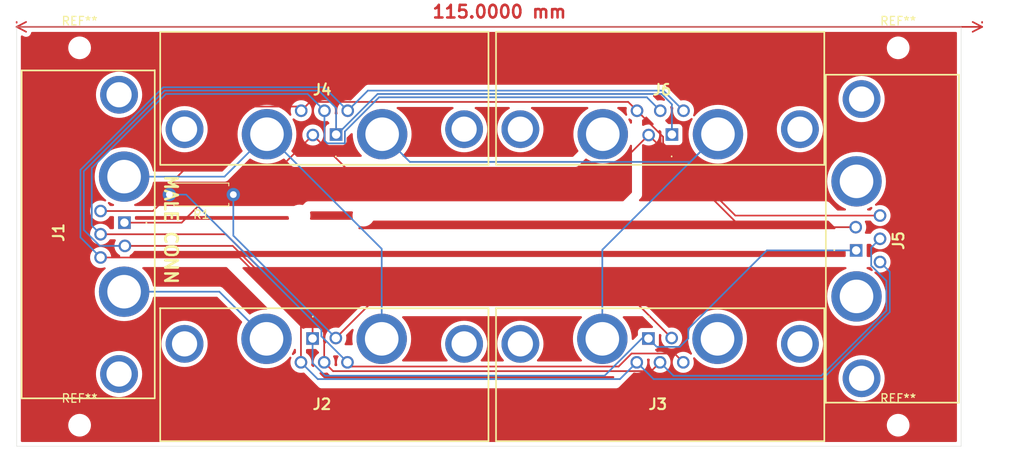
<source format=kicad_pcb>
(kicad_pcb (version 20240108) (generator "pcbnew") (generator_version "8.0")
  (layers (0 "F.Cu" signal) (31 "B.Cu" signal) (34 "B.Paste" user) (35 "F.Paste" user) (36 "B.SilkS" user "B.Silkscreen") (37 "F.SilkS" user "F.Silkscreen") (38 "B.Mask" user) (39 "F.Mask" user) (44 "Edge.Cuts" user))
  (net 0 "")
  (net 1 "Net-(J1-Pad7)")
  (net 2 "Net-(J1-Pad2)")
  (net 3 "Net-(J1-Pad6)")
  (net 4 "Net-(J1-Pad3)")
  (net 5 "Net-(J1-Pad1)")
  (net 6 "Net-(J1-Pad4)")
  (net 7 "Net-(J1-Pad5)")
  (footprint "MountingHole:MountingHole_2.2mm_M2" (layer "F.Cu") (at 82.5 97.5)
    (property "Reference" "REF**" (at 0 -3.2 0) (layer "F.SilkS"))
    (property "Value" "MountingHole_2.2mm_M2")
    (pad "" np_thru_hole circle (at 0 0) (size 2.2 2.2) (drill 2.2) (layers "F&B.Cu" "*.Mask"))
  )
  (footprint "ecocad_lib_footprints:DB7W2-30A" (layer "F.Cu") (at 111.677 61.244 180)
    (property "Reference" "J4" (at 0.282 3.744 0) (layer "F.SilkS") (effects (font (size 1.27 1.27) (thickness 0.254))))
    (property "Value" "~" (hide yes))
    (fp_line (start 19.577 10.644) (end -19.523 10.644) (stroke (width 0.2)) (layer "F.SilkS"))
    (fp_line (start 19.577 -5.207) (end 19.577 10.644) (stroke (width 0.2)) (layer "F.SilkS"))
    (fp_line (start -1.343 -4.156) (end -1.343 -4.156) (stroke (width 0.1)) (layer "F.SilkS"))
    (fp_line (start -1.343 -4.256) (end -1.343 -4.256) (stroke (width 0.1)) (layer "F.SilkS"))
    (fp_line (start -19.523 10.644) (end -19.523 -5.207) (stroke (width 0.2)) (layer "F.SilkS"))
    (fp_line (start -19.558 -5.207) (end 19.558 -5.207) (stroke (width 0.2)) (layer "F.SilkS"))
    (fp_arc (start -1.343 -4.156) (mid -1.393 -4.206) (end -1.343 -4.256) (stroke (width 0.1)) (layer "F.SilkS"))
    (fp_arc (start -1.343 -4.256) (mid -1.293 -4.206) (end -1.343 -4.156) (stroke (width 0.1)) (layer "F.SilkS"))
    (pad "1" thru_hole circle (at -6.86 -1.556) (size 6 6) (drill 4) (layers "*.Cu" "*.Mask") (net 2 "Net-(J1-Pad2)"))
    (pad "2" thru_hole circle (at 6.86 -1.556) (size 6 6) (drill 4) (layers "*.Cu" "*.Mask") (net 5 "Net-(J1-Pad1)"))
    (pad "3" thru_hole circle (at -2.758 1.244 180) (size 1.5 1.5) (drill 1) (layers "*.Cu" "*.Mask") (net 7 "Net-(J1-Pad5)"))
    (pad "4" thru_hole circle (at 0.012 1.244) (size 1.5 1.5) (drill 1) (layers "*.Cu" "*.Mask") (net 6 "Net-(J1-Pad4)"))
    (pad "5" thru_hole circle (at 2.782 1.244) (size 1.5 1.5) (drill 1) (layers "*.Cu" "*.Mask") (net 4 "Net-(J1-Pad3)"))
    (pad "6" thru_hole rect (at -1.373 -1.596) (size 1.5 1.5) (drill 1) (layers "*.Cu" "*.Mask") (net 1 "Net-(J1-Pad7)"))
    (pad "7" thru_hole circle (at 1.397 -1.651) (size 1.5 1.5) (drill 1) (layers "*.Cu" "*.Mask") (net 3 "Net-(J1-Pad6)"))
    (pad "8" thru_hole circle (at -16.623 -0.956) (size 4.5 4.5) (drill 3) (layers "*.Cu" "*.Mask"))
    (pad "8" thru_hole circle (at 16.677 -0.956) (size 4.5 4.5) (drill 3) (layers "*.Cu" "*.Mask"))
  )
  (footprint "ecocad_lib_footprints:DB7W2-30A" (layer "F.Cu") (at 86.244 74.718 -90)
    (property "Reference" "J1" (at -0.2 6.244 90) (layer "F.SilkS") (effects (font (size 1.27 1.27) (thickness 0.254))))
    (property "Value" "~" (hide yes))
    (fp_line (start -19.523 10.644) (end -19.523 -5.207) (stroke (width 0.2)) (layer "F.SilkS"))
    (fp_line (start 19.577 10.644) (end -19.523 10.644) (stroke (width 0.2)) (layer "F.SilkS"))
    (fp_line (start -1.343 -4.156) (end -1.343 -4.156) (stroke (width 0.1)) (layer "F.SilkS"))
    (fp_line (start -1.343 -4.256) (end -1.343 -4.256) (stroke (width 0.1)) (layer "F.SilkS"))
    (fp_line (start -19.558 -5.207) (end 19.558 -5.207) (stroke (width 0.2)) (layer "F.SilkS"))
    (fp_line (start 19.577 -5.207) (end 19.577 10.644) (stroke (width 0.2)) (layer "F.SilkS"))
    (fp_arc (start -1.343 -4.156) (mid -1.393 -4.206) (end -1.343 -4.256) (stroke (width 0.1)) (layer "F.SilkS"))
    (fp_arc (start -1.343 -4.256) (mid -1.293 -4.206) (end -1.343 -4.156) (stroke (width 0.1)) (layer "F.SilkS"))
    (pad "1" thru_hole circle (at -6.86 -1.556 90) (size 6 6) (drill 4) (layers "*.Cu" "*.Mask") (net 5 "Net-(J1-Pad1)"))
    (pad "2" thru_hole circle (at 6.86 -1.556 90) (size 6 6) (drill 4) (layers "*.Cu" "*.Mask") (net 2 "Net-(J1-Pad2)"))
    (pad "3" thru_hole circle (at -2.758 1.244 270) (size 1.5 1.5) (drill 1) (layers "*.Cu" "*.Mask") (net 4 "Net-(J1-Pad3)"))
    (pad "4" thru_hole circle (at 0.012 1.244 90) (size 1.5 1.5) (drill 1) (layers "*.Cu" "*.Mask") (net 6 "Net-(J1-Pad4)"))
    (pad "5" thru_hole circle (at 2.782 1.244 90) (size 1.5 1.5) (drill 1) (layers "*.Cu" "*.Mask") (net 7 "Net-(J1-Pad5)"))
    (pad "6" thru_hole rect (at -1.373 -1.596 90) (size 1.5 1.5) (drill 1) (layers "*.Cu" "*.Mask") (net 3 "Net-(J1-Pad6)"))
    (pad "7" thru_hole circle (at 1.397 -1.651 90) (size 1.5 1.5) (drill 1) (layers "*.Cu" "*.Mask") (net 1 "Net-(J1-Pad7)"))
    (pad "8" thru_hole circle (at -16.623 -0.956 90) (size 4.5 4.5) (drill 3) (layers "*.Cu" "*.Mask"))
    (pad "8" thru_hole circle (at 16.677 -0.956 90) (size 4.5 4.5) (drill 3) (layers "*.Cu" "*.Mask"))
  )
  (footprint "Resistor_THT:R_Axial_DIN0207_L6.3mm_D2.5mm_P7.62mm_Horizontal" (layer "F.Cu") (at 100.81 70 180)
    (property "Reference" "R1" (at 3.81 -2.37 0) (layer "F.SilkS"))
    (property "Value" "120")
    (fp_line (start 7.08 1.37) (end 7.08 1.04) (stroke (width 0.12)) (layer "F.SilkS"))
    (fp_line (start 7.08 -1.37) (end 7.08 -1.04) (stroke (width 0.12)) (layer "F.SilkS"))
    (fp_line (start 0.54 1.37) (end 7.08 1.37) (stroke (width 0.12)) (layer "F.SilkS"))
    (fp_line (start 0.54 1.04) (end 0.54 1.37) (stroke (width 0.12)) (layer "F.SilkS"))
    (fp_line (start 0.54 -1.04) (end 0.54 -1.37) (stroke (width 0.12)) (layer "F.SilkS"))
    (fp_line (start 0.54 -1.37) (end 7.08 -1.37) (stroke (width 0.12)) (layer "F.SilkS"))
    (pad "1" thru_hole circle (at 0 0 180) (size 1.6 1.6) (drill 0.8) (layers "*.Cu" "*.Mask") (net 3 "Net-(J1-Pad6)"))
    (pad "2" thru_hole oval (at 7.62 0 180) (size 1.6 1.6) (drill 0.8) (layers "*.Cu" "*.Mask") (net 4 "Net-(J1-Pad3)"))
  )
  (footprint "MountingHole:MountingHole_2.2mm_M2" (layer "F.Cu") (at 180 97.5)
    (property "Reference" "REF**" (at 0 -3.2 0) (layer "F.SilkS"))
    (property "Value" "MountingHole_2.2mm_M2")
    (pad "" np_thru_hole circle (at 0 0) (size 2.2 2.2) (drill 2.2) (layers "F&B.Cu" "*.Mask"))
  )
  (footprint "ecocad_lib_footprints:DB7W2-30A" (layer "F.Cu") (at 111.623 88.756)
    (property "Reference" "J2" (at -0.258 6.244 0) (layer "F.SilkS") (effects (font (size 1.27 1.27) (thickness 0.254))))
    (property "Value" "~" (hide yes))
    (fp_line (start -19.558 -5.207) (end 19.558 -5.207) (stroke (width 0.2)) (layer "F.SilkS"))
    (fp_line (start -19.523 10.644) (end -19.523 -5.207) (stroke (width 0.2)) (layer "F.SilkS"))
    (fp_line (start -1.343 -4.256) (end -1.343 -4.256) (stroke (width 0.1)) (layer "F.SilkS"))
    (fp_line (start -1.343 -4.156) (end -1.343 -4.156) (stroke (width 0.1)) (layer "F.SilkS"))
    (fp_line (start 19.577 -5.207) (end 19.577 10.644) (stroke (width 0.2)) (layer "F.SilkS"))
    (fp_line (start 19.577 10.644) (end -19.523 10.644) (stroke (width 0.2)) (layer "F.SilkS"))
    (fp_arc (start -1.343 -4.256) (mid -1.293 -4.206) (end -1.343 -4.156) (stroke (width 0.1)) (layer "F.SilkS"))
    (fp_arc (start -1.343 -4.156) (mid -1.393 -4.206) (end -1.343 -4.256) (stroke (width 0.1)) (layer "F.SilkS"))
    (pad "1" thru_hole circle (at -6.86 -1.556 180) (size 6 6) (drill 4) (layers "*.Cu" "*.Mask") (net 2 "Net-(J1-Pad2)"))
    (pad "2" thru_hole circle (at 6.86 -1.556 180) (size 6 6) (drill 4) (layers "*.Cu" "*.Mask") (net 5 "Net-(J1-Pad1)"))
    (pad "3" thru_hole circle (at -2.758 1.244) (size 1.5 1.5) (drill 1) (layers "*.Cu" "*.Mask") (net 7 "Net-(J1-Pad5)"))
    (pad "4" thru_hole circle (at 0.012 1.244 180) (size 1.5 1.5) (drill 1) (layers "*.Cu" "*.Mask") (net 6 "Net-(J1-Pad4)"))
    (pad "5" thru_hole circle (at 2.782 1.244 180) (size 1.5 1.5) (drill 1) (layers "*.Cu" "*.Mask") (net 4 "Net-(J1-Pad3)"))
    (pad "6" thru_hole rect (at -1.373 -1.596 180) (size 1.5 1.5) (drill 1) (layers "*.Cu" "*.Mask") (net 1 "Net-(J1-Pad7)"))
    (pad "7" thru_hole circle (at 1.397 -1.651 180) (size 1.5 1.5) (drill 1) (layers "*.Cu" "*.Mask") (net 3 "Net-(J1-Pad6)"))
    (pad "8" thru_hole circle (at -16.623 -0.956 180) (size 4.5 4.5) (drill 3) (layers "*.Cu" "*.Mask"))
    (pad "8" thru_hole circle (at 16.677 -0.956 180) (size 4.5 4.5) (drill 3) (layers "*.Cu" "*.Mask"))
  )
  (footprint "ecocad_lib_footprints:DB7W2-30A" (layer "F.Cu") (at 176.596 75.282 90)
    (property "Reference" "J5" (at -0.2 3.444 90) (layer "F.SilkS") (effects (font (size 1.27 1.27) (thickness 0.254))))
    (property "Value" "~" (hide yes))
    (fp_line (start 19.577 -5.207) (end 19.577 10.644) (stroke (width 0.2)) (layer "F.SilkS"))
    (fp_line (start -19.558 -5.207) (end 19.558 -5.207) (stroke (width 0.2)) (layer "F.SilkS"))
    (fp_line (start -1.343 -4.256) (end -1.343 -4.256) (stroke (width 0.1)) (layer "F.SilkS"))
    (fp_line (start -1.343 -4.156) (end -1.343 -4.156) (stroke (width 0.1)) (layer "F.SilkS"))
    (fp_line (start 19.577 10.644) (end -19.523 10.644) (stroke (width 0.2)) (layer "F.SilkS"))
    (fp_line (start -19.523 10.644) (end -19.523 -5.207) (stroke (width 0.2)) (layer "F.SilkS"))
    (fp_arc (start -1.343 -4.256) (mid -1.293 -4.206) (end -1.343 -4.156) (stroke (width 0.1)) (layer "F.SilkS"))
    (fp_arc (start -1.343 -4.156) (mid -1.393 -4.206) (end -1.343 -4.256) (stroke (width 0.1)) (layer "F.SilkS"))
    (pad "1" thru_hole circle (at -6.86 -1.556 270) (size 6 6) (drill 4) (layers "*.Cu" "*.Mask") (net 2 "Net-(J1-Pad2)"))
    (pad "2" thru_hole circle (at 6.86 -1.556 270) (size 6 6) (drill 4) (layers "*.Cu" "*.Mask") (net 5 "Net-(J1-Pad1)"))
    (pad "3" thru_hole circle (at -2.758 1.244 90) (size 1.5 1.5) (drill 1) (layers "*.Cu" "*.Mask") (net 7 "Net-(J1-Pad5)"))
    (pad "4" thru_hole circle (at 0.012 1.244 270) (size 1.5 1.5) (drill 1) (layers "*.Cu" "*.Mask") (net 6 "Net-(J1-Pad4)"))
    (pad "5" thru_hole circle (at 2.782 1.244 270) (size 1.5 1.5) (drill 1) (layers "*.Cu" "*.Mask") (net 4 "Net-(J1-Pad3)"))
    (pad "6" thru_hole rect (at -1.373 -1.596 270) (size 1.5 1.5) (drill 1) (layers "*.Cu" "*.Mask") (net 1 "Net-(J1-Pad7)"))
    (pad "7" thru_hole circle (at 1.397 -1.651 270) (size 1.5 1.5) (drill 1) (layers "*.Cu" "*.Mask") (net 3 "Net-(J1-Pad6)"))
    (pad "8" thru_hole circle (at -16.623 -0.956 270) (size 4.5 4.5) (drill 3) (layers "*.Cu" "*.Mask"))
    (pad "8" thru_hole circle (at 16.677 -0.956 270) (size 4.5 4.5) (drill 3) (layers "*.Cu" "*.Mask"))
  )
  (footprint "MountingHole:MountingHole_2.2mm_M2" (layer "F.Cu") (at 82.5 52.5)
    (property "Reference" "REF**" (at 0 -3.2 0) (layer "F.SilkS"))
    (property "Value" "MountingHole_2.2mm_M2")
    (pad "" np_thru_hole circle (at 0 0) (size 2.2 2.2) (drill 2.2) (layers "F&B.Cu" "*.Mask"))
  )
  (footprint "ecocad_lib_footprints:DB7W2-30A" (layer "F.Cu") (at 151.677 61.244 180)
    (property "Reference" "J6" (at -0.2 3.744 0) (layer "F.SilkS") (effects (font (size 1.27 1.27) (thickness 0.254))))
    (property "Value" "~" (hide yes))
    (fp_line (start 19.577 10.644) (end -19.523 10.644) (stroke (width 0.2)) (layer "F.SilkS"))
    (fp_line (start 19.577 -5.207) (end 19.577 10.644) (stroke (width 0.2)) (layer "F.SilkS"))
    (fp_line (start -1.343 -4.156) (end -1.343 -4.156) (stroke (width 0.1)) (layer "F.SilkS"))
    (fp_line (start -1.343 -4.256) (end -1.343 -4.256) (stroke (width 0.1)) (layer "F.SilkS"))
    (fp_line (start -19.523 10.644) (end -19.523 -5.207) (stroke (width 0.2)) (layer "F.SilkS"))
    (fp_line (start -19.558 -5.207) (end 19.558 -5.207) (stroke (width 0.2)) (layer "F.SilkS"))
    (fp_arc (start -1.343 -4.156) (mid -1.393 -4.206) (end -1.343 -4.256) (stroke (width 0.1)) (layer "F.SilkS"))
    (fp_arc (start -1.343 -4.256) (mid -1.293 -4.206) (end -1.343 -4.156) (stroke (width 0.1)) (layer "F.SilkS"))
    (pad "1" thru_hole circle (at -6.86 -1.556) (size 6 6) (drill 4) (layers "*.Cu" "*.Mask") (net 2 "Net-(J1-Pad2)"))
    (pad "2" thru_hole circle (at 6.86 -1.556) (size 6 6) (drill 4) (layers "*.Cu" "*.Mask") (net 5 "Net-(J1-Pad1)"))
    (pad "3" thru_hole circle (at -2.758 1.244 180) (size 1.5 1.5) (drill 1) (layers "*.Cu" "*.Mask") (net 7 "Net-(J1-Pad5)"))
    (pad "4" thru_hole circle (at 0.012 1.244) (size 1.5 1.5) (drill 1) (layers "*.Cu" "*.Mask") (net 6 "Net-(J1-Pad4)"))
    (pad "5" thru_hole circle (at 2.782 1.244) (size 1.5 1.5) (drill 1) (layers "*.Cu" "*.Mask") (net 4 "Net-(J1-Pad3)"))
    (pad "6" thru_hole rect (at -1.373 -1.596) (size 1.5 1.5) (drill 1) (layers "*.Cu" "*.Mask") (net 1 "Net-(J1-Pad7)"))
    (pad "7" thru_hole circle (at 1.397 -1.651) (size 1.5 1.5) (drill 1) (layers "*.Cu" "*.Mask") (net 3 "Net-(J1-Pad6)"))
    (pad "8" thru_hole circle (at -16.623 -0.956) (size 4.5 4.5) (drill 3) (layers "*.Cu" "*.Mask"))
    (pad "8" thru_hole circle (at 16.677 -0.956) (size 4.5 4.5) (drill 3) (layers "*.Cu" "*.Mask"))
  )
  (footprint "ecocad_lib_footprints:DB7W2-30A" (layer "F.Cu") (at 151.623 88.756)
    (property "Reference" "J3" (at -0.258 6.244 180) (layer "F.SilkS") (effects (font (size 1.27 1.27) (thickness 0.254))))
    (property "Value" "~" (hide yes))
    (fp_line (start -19.558 -5.207) (end 19.558 -5.207) (stroke (width 0.2)) (layer "F.SilkS"))
    (fp_line (start -19.523 10.644) (end -19.523 -5.207) (stroke (width 0.2)) (layer "F.SilkS"))
    (fp_line (start -1.343 -4.256) (end -1.343 -4.256) (stroke (width 0.1)) (layer "F.SilkS"))
    (fp_line (start -1.343 -4.156) (end -1.343 -4.156) (stroke (width 0.1)) (layer "F.SilkS"))
    (fp_line (start 19.577 -5.207) (end 19.577 10.644) (stroke (width 0.2)) (layer "F.SilkS"))
    (fp_line (start 19.577 10.644) (end -19.523 10.644) (stroke (width 0.2)) (layer "F.SilkS"))
    (fp_arc (start -1.343 -4.256) (mid -1.293 -4.206) (end -1.343 -4.156) (stroke (width 0.1)) (layer "F.SilkS"))
    (fp_arc (start -1.343 -4.156) (mid -1.393 -4.206) (end -1.343 -4.256) (stroke (width 0.1)) (layer "F.SilkS"))
    (pad "1" thru_hole circle (at -6.86 -1.556 180) (size 6 6) (drill 4) (layers "*.Cu" "*.Mask") (net 2 "Net-(J1-Pad2)"))
    (pad "2" thru_hole circle (at 6.86 -1.556 180) (size 6 6) (drill 4) (layers "*.Cu" "*.Mask") (net 5 "Net-(J1-Pad1)"))
    (pad "3" thru_hole circle (at -2.758 1.244) (size 1.5 1.5) (drill 1) (layers "*.Cu" "*.Mask") (net 7 "Net-(J1-Pad5)"))
    (pad "4" thru_hole circle (at 0.012 1.244 180) (size 1.5 1.5) (drill 1) (layers "*.Cu" "*.Mask") (net 6 "Net-(J1-Pad4)"))
    (pad "5" thru_hole circle (at 2.782 1.244 180) (size 1.5 1.5) (drill 1) (layers "*.Cu" "*.Mask") (net 4 "Net-(J1-Pad3)"))
    (pad "6" thru_hole rect (at -1.373 -1.596 180) (size 1.5 1.5) (drill 1) (layers "*.Cu" "*.Mask") (net 1 "Net-(J1-Pad7)"))
    (pad "7" thru_hole circle (at 1.397 -1.651 180) (size 1.5 1.5) (drill 1) (layers "*.Cu" "*.Mask") (net 3 "Net-(J1-Pad6)"))
    (pad "8" thru_hole circle (at -16.623 -0.956 180) (size 4.5 4.5) (drill 3) (layers "*.Cu" "*.Mask"))
    (pad "8" thru_hole circle (at 16.677 -0.956 180) (size 4.5 4.5) (drill 3) (layers "*.Cu" "*.Mask"))
  )
  (footprint "MountingHole:MountingHole_2.2mm_M2" (layer "F.Cu") (at 180 52.5)
    (property "Reference" "REF**" (at 0 -3.2 0) (layer "F.SilkS"))
    (property "Value" "MountingHole_2.2mm_M2")
    (pad "" np_thru_hole circle (at 0 0) (size 2.2 2.2) (drill 2.2) (layers "*.Cu" "*.Mask"))
  )
  (gr_line (start 187.5 100) (end 75 100) (stroke (width 0.05)) (layer "Edge.Cuts"))
  (gr_line (start 75 100) (end 75 50) (stroke (width 0.05)) (layer "Edge.Cuts"))
  (gr_line (start 187.5 50) (end 187.5 100) (stroke (width 0.05)) (layer "Edge.Cuts"))
  (gr_line (start 75 50) (end 187.5 50) (stroke (width 0.05)) (layer "Edge.Cuts"))
  (gr_text "MALE CONN" (at 92.5 67.5 -90) (layer "F.SilkS") (effects (font (size 1.5 1.5) (thickness 0.3) (bold yes)) (justify left bottom)))
  (dimension (type aligned) (layer "F.Cu") (pts (xy 75 50) (xy 190 50)) (height 0) (gr_text "115.0000 mm" (at 132.5 48.2 0) (layer "F.Cu") (effects (font (size 1.5 1.5) (thickness 0.3)))) (format (prefix "") (suffix "") (units 3) (units_format 1) (precision 4)) (style (thickness 0.2) (arrow_length 1.27) (text_position_mode 0) (extension_height 0.58642) (extension_offset 0.5) keep_text_aligned))
  (segment (start 87.895 76.115) (end 100.739314 76.115) (width 0.2) (layer "F.Cu") (net 1))
  (segment (start 110.312157 85.687843) (end 110.25 85.75) (width 0.2) (layer "F.Cu") (net 1))
  (segment (start 110.25 85.75) (end 110.25 87.16) (width 0.2) (layer "F.Cu") (net 1))
  (segment (start 100.739314 76.115) (end 110.312157 85.687843) (width 0.2) (layer "F.Cu") (net 1))
  (segment (start 110.985 57.6) (end 113.05 59.665) (width 0.2) (layer "B.Cu") (net 1))
  (segment (start 175 76.655) (end 164.361095 76.655) (width 0.2) (layer "B.Cu") (net 1))
  (segment (start 153.05 59.230075) (end 153.05 62.84) (width 0.2) (layer "B.Cu") (net 1))
  (segment (start 164.361095 76.655) (end 155 86.016095) (width 0.2) (layer "B.Cu") (net 1))
  (segment (start 113.16 62.84) (end 118 58) (width 0.2) (layer "B.Cu") (net 1))
  (segment (start 149.469905 87.16) (end 145.029905 91.6) (width 0.2) (layer "B.Cu") (net 1))
  (segment (start 83 74.214925) (end 83 67.217157) (width 0.2) (layer "B.Cu") (net 1))
  (segment (start 87.895 76.115) (end 84.900075 76.115) (width 0.2) (layer "B.Cu") (net 1))
  (segment (start 151.245 88.155) (end 150.25 87.16) (width 0.2) (layer "B.Cu") (net 1))
  (segment (start 84.900075 76.115) (end 83 74.214925) (width 0.2) (layer "B.Cu") (net 1))
  (segment (start 111.750075 91.6) (end 110.25 90.099925) (width 0.2) (layer "B.Cu") (net 1))
  (segment (start 113.05 62.84) (end 113.16 62.84) (width 0.2) (layer "B.Cu") (net 1))
  (segment (start 155 87.155) (end 154 88.155) (width 0.2) (layer "B.Cu") (net 1))
  (segment (start 110.25 90.099925) (end 110.25 87.16) (width 0.2) (layer "B.Cu") (net 1))
  (segment (start 92.617157 57.6) (end 110.985 57.6) (width 0.2) (layer "B.Cu") (net 1))
  (segment (start 151.819925 58) (end 153.05 59.230075) (width 0.2) (layer "B.Cu") (net 1))
  (segment (start 83 67.217157) (end 92.617157 57.6) (width 0.2) (layer "B.Cu") (net 1))
  (segment (start 150.25 87.16) (end 149.469905 87.16) (width 0.2) (layer "B.Cu") (net 1))
  (segment (start 118 58) (end 151.819925 58) (width 0.2) (layer "B.Cu") (net 1))
  (segment (start 155 86.016095) (end 155 87.155) (width 0.2) (layer "B.Cu") (net 1))
  (segment (start 145.029905 91.6) (end 111.750075 91.6) (width 0.2) (layer "B.Cu") (net 1))
  (segment (start 154 88.155) (end 151.245 88.155) (width 0.2) (layer "B.Cu") (net 1))
  (segment (start 113.05 59.665) (end 113.05 62.84) (width 0.2) (layer "B.Cu") (net 1))
  (segment (start 99.141 81.578) (end 104.763 87.2) (width 0.2) (layer "B.Cu") (net 2))
  (segment (start 118.537 62.8) (end 121.837 66.1) (width 0.2) (layer "B.Cu") (net 2))
  (segment (start 144.763 76.574) (end 144.763 87.2) (width 0.2) (layer "B.Cu") (net 2))
  (segment (start 158.537 62.8) (end 144.763 76.574) (width 0.2) (layer "B.Cu") (net 2))
  (segment (start 87.8 81.578) (end 99.141 81.578) (width 0.2) (layer "B.Cu") (net 2))
  (segment (start 121.837 66.1) (end 155.237 66.1) (width 0.2) (layer "B.Cu") (net 2))
  (segment (start 155.237 66.1) (end 158.537 62.8) (width 0.2) (layer "B.Cu") (net 2))
  (segment (start 161.27 73.885) (end 150.28 62.895) (width 0.2) (layer "F.Cu") (net 3))
  (segment (start 113.02 87.105) (end 117.125 83) (width 0.2) (layer "F.Cu") (net 3))
  (segment (start 98 70) (end 100.81 70) (width 0.2) (layer "F.Cu") (net 3))
  (segment (start 94.655 73.345) (end 98 70) (width 0.2) (layer "F.Cu") (net 3))
  (segment (start 100.81 70) (end 103.175 70) (width 0.2) (layer "F.Cu") (net 3))
  (segment (start 174.945 73.885) (end 161.27 73.885) (width 0.2) (layer "F.Cu") (net 3))
  (segment (start 110.28 62.895) (end 114.385 67) (width 0.2) (layer "F.Cu") (net 3))
  (segment (start 117.125 83) (end 148.915 83) (width 0.2) (layer "F.Cu") (net 3))
  (segment (start 148.915 83) (end 153.02 87.105) (width 0.2) (layer "F.Cu") (net 3))
  (segment (start 103.175 70) (end 110.28 62.895) (width 0.2) (layer "F.Cu") (net 3))
  (segment (start 146.175 67) (end 150.28 62.895) (width 0.2) (layer "F.Cu") (net 3))
  (segment (start 114.385 67) (end 146.175 67) (width 0.2) (layer "F.Cu") (net 3))
  (segment (start 87.84 73.345) (end 94.655 73.345) (width 0.2) (layer "F.Cu") (net 3))
  (segment (start 100.81 74.895) (end 100.81 70) (width 0.2) (layer "B.Cu") (net 3))
  (segment (start 113.02 87.105) (end 100.81 74.895) (width 0.2) (layer "B.Cu") (net 3))
  (segment (start 109.945 58.95) (end 147.845 58.95) (width 0.2) (layer "F.Cu") (net 4))
  (segment (start 148.895 60) (end 152 63.105) (width 0.2) (layer "F.Cu") (net 4))
  (segment (start 108.895 60) (end 109.945 58.95) (width 0.2) (layer "F.Cu") (net 4))
  (segment (start 93.19 70) (end 93.19 68.81) (width 0.2) (layer "F.Cu") (net 4))
  (segment (start 114.905 90.5) (end 146.7 90.5) (width 0.2) (layer "F.Cu") (net 4))
  (segment (start 146.7 90.5) (end 148.25 88.95) (width 0.2) (layer "F.Cu") (net 4))
  (segment (start 91.23 71.96) (end 93.19 70) (width 0.2) (layer "F.Cu") (net 4))
  (segment (start 85 71.96) (end 91.23 71.96) (width 0.2) (layer "F.Cu") (net 4))
  (segment (start 114.405 90) (end 114.905 90.5) (width 0.2) (layer "F.Cu") (net 4))
  (segment (start 108.395 59.5) (end 108.895 60) (width 0.2) (layer "F.Cu") (net 4))
  (segment (start 152 63.89) (end 160.61 72.5) (width 0.2) (layer "F.Cu") (net 4))
  (segment (start 102.5 59.5) (end 108.395 59.5) (width 0.2) (layer "F.Cu") (net 4))
  (segment (start 147.845 58.95) (end 148.895 60) (width 0.2) (layer "F.Cu") (net 4))
  (segment (start 148.25 88.95) (end 153.355 88.95) (width 0.2) (layer "F.Cu") (net 4))
  (segment (start 153.355 88.95) (end 154.405 90) (width 0.2) (layer "F.Cu") (net 4))
  (segment (start 152 63.105) (end 152 63.89) (width 0.2) (layer "F.Cu") (net 4))
  (segment (start 160.61 72.5) (end 177.84 72.5) (width 0.2) (layer "F.Cu") (net 4))
  (segment (start 93.19 68.81) (end 102.5 59.5) (width 0.2) (layer "F.Cu") (net 4))
  (segment (start 114.405 90) (end 111.3 86.895) (width 0.2) (layer "B.Cu") (net 4))
  (segment (start 95.19 70) (end 93.19 70) (width 0.2) (layer "B.Cu") (net 4))
  (segment (start 111.3 86.895) (end 111.3 86.11) (width 0.2) (layer "B.Cu") (net 4))
  (segment (start 111.3 86.11) (end 95.19 70) (width 0.2) (layer "B.Cu") (net 4))
  (segment (start 87.8 67.858) (end 99.759 67.858) (width 0.2) (layer "B.Cu") (net 5))
  (segment (start 118.483 87.2) (end 118.483 76.466) (width 0.2) (layer "B.Cu") (net 5))
  (segment (start 99.759 67.858) (end 104.817 62.8) (width 0.2) (layer "B.Cu") (net 5))
  (segment (start 118.483 76.466) (end 104.817 62.8) (width 0.2) (layer "B.Cu") (net 5))
  (segment (start 111.635 90) (end 112.685 91.05) (width 0.2) (layer "F.Cu") (net 6))
  (segment (start 112.685 91.05) (end 150.585 91.05) (width 0.2) (layer "F.Cu") (net 6))
  (segment (start 111.635 86.445) (end 111.635 90) (width 0.2) (layer "F.Cu") (net 6))
  (segment (start 99.92 74.73) (end 111.635 86.445) (width 0.2) (layer "F.Cu") (net 6))
  (segment (start 85 74.73) (end 99.92 74.73) (width 0.2) (layer "F.Cu") (net 6))
  (segment (start 150.585 91.05) (end 151.635 90) (width 0.2) (layer "F.Cu") (net 6))
  (segment (start 153.235 91.6) (end 151.635 90) (width 0.2) (layer "B.Cu") (net 6))
  (segment (start 150.065 58.4) (end 151.665 60) (width 0.2) (layer "B.Cu") (net 6))
  (segment (start 114.1 63.89) (end 114.1 62.465686) (width 0.2) (layer "B.Cu") (net 6))
  (segment (start 114.1 62.465686) (end 118.165686 58.4) (width 0.2) (layer "B.Cu") (net 6))
  (segment (start 170.834314 91.6) (end 153.235 91.6) (width 0.2) (layer "B.Cu") (net 6))
  (segment (start 176.79 78.474925) (end 178.6 80.284925) (width 0.2) (layer "B.Cu") (net 6))
  (segment (start 178.6 80.284925) (end 178.6 83.834314) (width 0.2) (layer "B.Cu") (net 6))
  (segment (start 176.79 76.32) (end 176.79 78.474925) (width 0.2) (layer "B.Cu") (net 6))
  (segment (start 92.782843 58) (end 109.665 58) (width 0.2) (layer "B.Cu") (net 6))
  (segment (start 111.665 60) (end 111.665 63.555) (width 0.2) (layer "B.Cu") (net 6))
  (segment (start 177.84 75.27) (end 176.79 76.32) (width 0.2) (layer "B.Cu") (net 6))
  (segment (start 83.95 73.68) (end 83.95 66.832843) (width 0.2) (layer "B.Cu") (net 6))
  (segment (start 85 74.73) (end 83.95 73.68) (width 0.2) (layer "B.Cu") (net 6))
  (segment (start 109.665 58) (end 111.665 60) (width 0.2) (layer "B.Cu") (net 6))
  (segment (start 112 63.89) (end 114.1 63.89) (width 0.2) (layer "B.Cu") (net 6))
  (segment (start 111.665 63.555) (end 112 63.89) (width 0.2) (layer "B.Cu") (net 6))
  (segment (start 178.6 83.834314) (end 170.834314 91.6) (width 0.2) (layer "B.Cu") (net 6))
  (segment (start 118.165686 58.4) (end 150.065 58.4) (width 0.2) (layer "B.Cu") (net 6))
  (segment (start 83.95 66.832843) (end 92.782843 58) (width 0.2) (layer "B.Cu") (net 6))
  (segment (start 101.558628 77.5) (end 108.865 84.806372) (width 0.2) (layer "F.Cu") (net 7))
  (segment (start 85 77.5) (end 101.558628 77.5) (width 0.2) (layer "F.Cu") (net 7))
  (segment (start 108.865 84.806372) (end 108.865 90) (width 0.2) (layer "F.Cu") (net 7))
  (segment (start 116.835 57.6) (end 152.035 57.6) (width 0.2) (layer "B.Cu") (net 7))
  (segment (start 177.84 78.04) (end 179 79.2) (width 0.2) (layer "B.Cu") (net 7))
  (segment (start 148.865 90) (end 146.865 92) (width 0.2) (layer "B.Cu") (net 7))
  (segment (start 82.6 67.051471) (end 92.451471 57.2) (width 0.2) (layer "B.Cu") (net 7))
  (segment (start 111.635 57.2) (end 114.435 60) (width 0.2) (layer "B.Cu") (net 7))
  (segment (start 146.865 92) (end 110.865 92) (width 0.2) (layer "B.Cu") (net 7))
  (segment (start 85 77.5) (end 82.6 75.1) (width 0.2) (layer "B.Cu") (net 7))
  (segment (start 92.451471 57.2) (end 111.635 57.2) (width 0.2) (layer "B.Cu") (net 7))
  (segment (start 110.865 92) (end 108.865 90) (width 0.2) (layer "B.Cu") (net 7))
  (segment (start 114.435 60) (end 116.835 57.6) (width 0.2) (layer "B.Cu") (net 7))
  (segment (start 150.865 92) (end 148.865 90) (width 0.2) (layer "B.Cu") (net 7))
  (segment (start 82.6 75.1) (end 82.6 67.051471) (width 0.2) (layer "B.Cu") (net 7))
  (segment (start 179 84) (end 171 92) (width 0.2) (layer "B.Cu") (net 7))
  (segment (start 152.035 57.6) (end 154.435 60) (width 0.2) (layer "B.Cu") (net 7))
  (segment (start 179 79.2) (end 179 84) (width 0.2) (layer "B.Cu") (net 7))
  (segment (start 171 92) (end 150.865 92) (width 0.2) (layer "B.Cu") (net 7))
  (zone (net 0) (net_name "") (layer "F.Cu") (connect_pads (clearance 0.5)) (min_thickness 0.25) (fill yes (thermal_gap 0.5) (thermal_bridge_width 0.5))
    (polygon (pts (xy 75 50) (xy 195 50) (xy 195 100) (xy 75 100)))
  )
)
</source>
